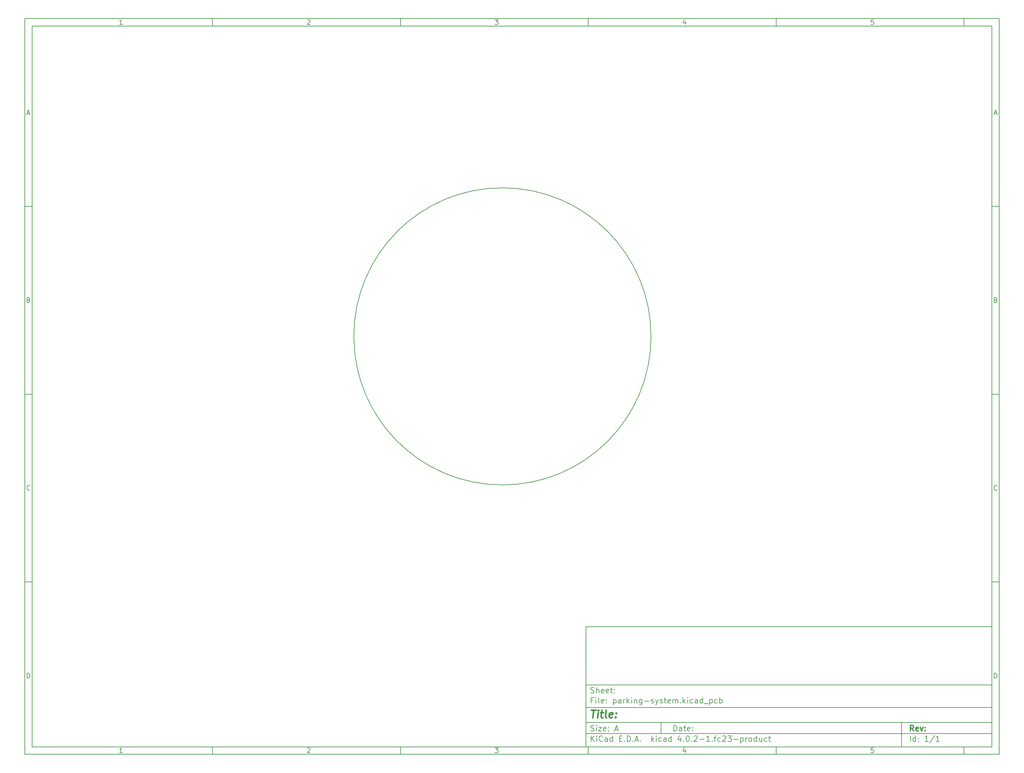
<source format=gbr>
G04 #@! TF.FileFunction,Profile,NP*
%FSLAX46Y46*%
G04 Gerber Fmt 4.6, Leading zero omitted, Abs format (unit mm)*
G04 Created by KiCad (PCBNEW 4.0.2-1.fc23-product) date Tue 29 Mar 2016 15:32:59 SAST*
%MOMM*%
G01*
G04 APERTURE LIST*
%ADD10C,0.100000*%
%ADD11C,0.150000*%
%ADD12C,0.300000*%
%ADD13C,0.400000*%
G04 APERTURE END LIST*
D10*
D11*
X159400000Y-171900000D02*
X159400000Y-203900000D01*
X267400000Y-203900000D01*
X267400000Y-171900000D01*
X159400000Y-171900000D01*
D10*
D11*
X10000000Y-10000000D02*
X10000000Y-205900000D01*
X269400000Y-205900000D01*
X269400000Y-10000000D01*
X10000000Y-10000000D01*
D10*
D11*
X12000000Y-12000000D02*
X12000000Y-203900000D01*
X267400000Y-203900000D01*
X267400000Y-12000000D01*
X12000000Y-12000000D01*
D10*
D11*
X60000000Y-12000000D02*
X60000000Y-10000000D01*
D10*
D11*
X110000000Y-12000000D02*
X110000000Y-10000000D01*
D10*
D11*
X160000000Y-12000000D02*
X160000000Y-10000000D01*
D10*
D11*
X210000000Y-12000000D02*
X210000000Y-10000000D01*
D10*
D11*
X260000000Y-12000000D02*
X260000000Y-10000000D01*
D10*
D11*
X35990476Y-11588095D02*
X35247619Y-11588095D01*
X35619048Y-11588095D02*
X35619048Y-10288095D01*
X35495238Y-10473810D01*
X35371429Y-10597619D01*
X35247619Y-10659524D01*
D10*
D11*
X85247619Y-10411905D02*
X85309524Y-10350000D01*
X85433333Y-10288095D01*
X85742857Y-10288095D01*
X85866667Y-10350000D01*
X85928571Y-10411905D01*
X85990476Y-10535714D01*
X85990476Y-10659524D01*
X85928571Y-10845238D01*
X85185714Y-11588095D01*
X85990476Y-11588095D01*
D10*
D11*
X135185714Y-10288095D02*
X135990476Y-10288095D01*
X135557143Y-10783333D01*
X135742857Y-10783333D01*
X135866667Y-10845238D01*
X135928571Y-10907143D01*
X135990476Y-11030952D01*
X135990476Y-11340476D01*
X135928571Y-11464286D01*
X135866667Y-11526190D01*
X135742857Y-11588095D01*
X135371429Y-11588095D01*
X135247619Y-11526190D01*
X135185714Y-11464286D01*
D10*
D11*
X185866667Y-10721429D02*
X185866667Y-11588095D01*
X185557143Y-10226190D02*
X185247619Y-11154762D01*
X186052381Y-11154762D01*
D10*
D11*
X235928571Y-10288095D02*
X235309524Y-10288095D01*
X235247619Y-10907143D01*
X235309524Y-10845238D01*
X235433333Y-10783333D01*
X235742857Y-10783333D01*
X235866667Y-10845238D01*
X235928571Y-10907143D01*
X235990476Y-11030952D01*
X235990476Y-11340476D01*
X235928571Y-11464286D01*
X235866667Y-11526190D01*
X235742857Y-11588095D01*
X235433333Y-11588095D01*
X235309524Y-11526190D01*
X235247619Y-11464286D01*
D10*
D11*
X60000000Y-203900000D02*
X60000000Y-205900000D01*
D10*
D11*
X110000000Y-203900000D02*
X110000000Y-205900000D01*
D10*
D11*
X160000000Y-203900000D02*
X160000000Y-205900000D01*
D10*
D11*
X210000000Y-203900000D02*
X210000000Y-205900000D01*
D10*
D11*
X260000000Y-203900000D02*
X260000000Y-205900000D01*
D10*
D11*
X35990476Y-205488095D02*
X35247619Y-205488095D01*
X35619048Y-205488095D02*
X35619048Y-204188095D01*
X35495238Y-204373810D01*
X35371429Y-204497619D01*
X35247619Y-204559524D01*
D10*
D11*
X85247619Y-204311905D02*
X85309524Y-204250000D01*
X85433333Y-204188095D01*
X85742857Y-204188095D01*
X85866667Y-204250000D01*
X85928571Y-204311905D01*
X85990476Y-204435714D01*
X85990476Y-204559524D01*
X85928571Y-204745238D01*
X85185714Y-205488095D01*
X85990476Y-205488095D01*
D10*
D11*
X135185714Y-204188095D02*
X135990476Y-204188095D01*
X135557143Y-204683333D01*
X135742857Y-204683333D01*
X135866667Y-204745238D01*
X135928571Y-204807143D01*
X135990476Y-204930952D01*
X135990476Y-205240476D01*
X135928571Y-205364286D01*
X135866667Y-205426190D01*
X135742857Y-205488095D01*
X135371429Y-205488095D01*
X135247619Y-205426190D01*
X135185714Y-205364286D01*
D10*
D11*
X185866667Y-204621429D02*
X185866667Y-205488095D01*
X185557143Y-204126190D02*
X185247619Y-205054762D01*
X186052381Y-205054762D01*
D10*
D11*
X235928571Y-204188095D02*
X235309524Y-204188095D01*
X235247619Y-204807143D01*
X235309524Y-204745238D01*
X235433333Y-204683333D01*
X235742857Y-204683333D01*
X235866667Y-204745238D01*
X235928571Y-204807143D01*
X235990476Y-204930952D01*
X235990476Y-205240476D01*
X235928571Y-205364286D01*
X235866667Y-205426190D01*
X235742857Y-205488095D01*
X235433333Y-205488095D01*
X235309524Y-205426190D01*
X235247619Y-205364286D01*
D10*
D11*
X10000000Y-60000000D02*
X12000000Y-60000000D01*
D10*
D11*
X10000000Y-110000000D02*
X12000000Y-110000000D01*
D10*
D11*
X10000000Y-160000000D02*
X12000000Y-160000000D01*
D10*
D11*
X10690476Y-35216667D02*
X11309524Y-35216667D01*
X10566667Y-35588095D02*
X11000000Y-34288095D01*
X11433333Y-35588095D01*
D10*
D11*
X11092857Y-84907143D02*
X11278571Y-84969048D01*
X11340476Y-85030952D01*
X11402381Y-85154762D01*
X11402381Y-85340476D01*
X11340476Y-85464286D01*
X11278571Y-85526190D01*
X11154762Y-85588095D01*
X10659524Y-85588095D01*
X10659524Y-84288095D01*
X11092857Y-84288095D01*
X11216667Y-84350000D01*
X11278571Y-84411905D01*
X11340476Y-84535714D01*
X11340476Y-84659524D01*
X11278571Y-84783333D01*
X11216667Y-84845238D01*
X11092857Y-84907143D01*
X10659524Y-84907143D01*
D10*
D11*
X11402381Y-135464286D02*
X11340476Y-135526190D01*
X11154762Y-135588095D01*
X11030952Y-135588095D01*
X10845238Y-135526190D01*
X10721429Y-135402381D01*
X10659524Y-135278571D01*
X10597619Y-135030952D01*
X10597619Y-134845238D01*
X10659524Y-134597619D01*
X10721429Y-134473810D01*
X10845238Y-134350000D01*
X11030952Y-134288095D01*
X11154762Y-134288095D01*
X11340476Y-134350000D01*
X11402381Y-134411905D01*
D10*
D11*
X10659524Y-185588095D02*
X10659524Y-184288095D01*
X10969048Y-184288095D01*
X11154762Y-184350000D01*
X11278571Y-184473810D01*
X11340476Y-184597619D01*
X11402381Y-184845238D01*
X11402381Y-185030952D01*
X11340476Y-185278571D01*
X11278571Y-185402381D01*
X11154762Y-185526190D01*
X10969048Y-185588095D01*
X10659524Y-185588095D01*
D10*
D11*
X269400000Y-60000000D02*
X267400000Y-60000000D01*
D10*
D11*
X269400000Y-110000000D02*
X267400000Y-110000000D01*
D10*
D11*
X269400000Y-160000000D02*
X267400000Y-160000000D01*
D10*
D11*
X268090476Y-35216667D02*
X268709524Y-35216667D01*
X267966667Y-35588095D02*
X268400000Y-34288095D01*
X268833333Y-35588095D01*
D10*
D11*
X268492857Y-84907143D02*
X268678571Y-84969048D01*
X268740476Y-85030952D01*
X268802381Y-85154762D01*
X268802381Y-85340476D01*
X268740476Y-85464286D01*
X268678571Y-85526190D01*
X268554762Y-85588095D01*
X268059524Y-85588095D01*
X268059524Y-84288095D01*
X268492857Y-84288095D01*
X268616667Y-84350000D01*
X268678571Y-84411905D01*
X268740476Y-84535714D01*
X268740476Y-84659524D01*
X268678571Y-84783333D01*
X268616667Y-84845238D01*
X268492857Y-84907143D01*
X268059524Y-84907143D01*
D10*
D11*
X268802381Y-135464286D02*
X268740476Y-135526190D01*
X268554762Y-135588095D01*
X268430952Y-135588095D01*
X268245238Y-135526190D01*
X268121429Y-135402381D01*
X268059524Y-135278571D01*
X267997619Y-135030952D01*
X267997619Y-134845238D01*
X268059524Y-134597619D01*
X268121429Y-134473810D01*
X268245238Y-134350000D01*
X268430952Y-134288095D01*
X268554762Y-134288095D01*
X268740476Y-134350000D01*
X268802381Y-134411905D01*
D10*
D11*
X268059524Y-185588095D02*
X268059524Y-184288095D01*
X268369048Y-184288095D01*
X268554762Y-184350000D01*
X268678571Y-184473810D01*
X268740476Y-184597619D01*
X268802381Y-184845238D01*
X268802381Y-185030952D01*
X268740476Y-185278571D01*
X268678571Y-185402381D01*
X268554762Y-185526190D01*
X268369048Y-185588095D01*
X268059524Y-185588095D01*
D10*
D11*
X182757143Y-199678571D02*
X182757143Y-198178571D01*
X183114286Y-198178571D01*
X183328571Y-198250000D01*
X183471429Y-198392857D01*
X183542857Y-198535714D01*
X183614286Y-198821429D01*
X183614286Y-199035714D01*
X183542857Y-199321429D01*
X183471429Y-199464286D01*
X183328571Y-199607143D01*
X183114286Y-199678571D01*
X182757143Y-199678571D01*
X184900000Y-199678571D02*
X184900000Y-198892857D01*
X184828571Y-198750000D01*
X184685714Y-198678571D01*
X184400000Y-198678571D01*
X184257143Y-198750000D01*
X184900000Y-199607143D02*
X184757143Y-199678571D01*
X184400000Y-199678571D01*
X184257143Y-199607143D01*
X184185714Y-199464286D01*
X184185714Y-199321429D01*
X184257143Y-199178571D01*
X184400000Y-199107143D01*
X184757143Y-199107143D01*
X184900000Y-199035714D01*
X185400000Y-198678571D02*
X185971429Y-198678571D01*
X185614286Y-198178571D02*
X185614286Y-199464286D01*
X185685714Y-199607143D01*
X185828572Y-199678571D01*
X185971429Y-199678571D01*
X187042857Y-199607143D02*
X186900000Y-199678571D01*
X186614286Y-199678571D01*
X186471429Y-199607143D01*
X186400000Y-199464286D01*
X186400000Y-198892857D01*
X186471429Y-198750000D01*
X186614286Y-198678571D01*
X186900000Y-198678571D01*
X187042857Y-198750000D01*
X187114286Y-198892857D01*
X187114286Y-199035714D01*
X186400000Y-199178571D01*
X187757143Y-199535714D02*
X187828571Y-199607143D01*
X187757143Y-199678571D01*
X187685714Y-199607143D01*
X187757143Y-199535714D01*
X187757143Y-199678571D01*
X187757143Y-198750000D02*
X187828571Y-198821429D01*
X187757143Y-198892857D01*
X187685714Y-198821429D01*
X187757143Y-198750000D01*
X187757143Y-198892857D01*
D10*
D11*
X159400000Y-200400000D02*
X267400000Y-200400000D01*
D10*
D11*
X160757143Y-202478571D02*
X160757143Y-200978571D01*
X161614286Y-202478571D02*
X160971429Y-201621429D01*
X161614286Y-200978571D02*
X160757143Y-201835714D01*
X162257143Y-202478571D02*
X162257143Y-201478571D01*
X162257143Y-200978571D02*
X162185714Y-201050000D01*
X162257143Y-201121429D01*
X162328571Y-201050000D01*
X162257143Y-200978571D01*
X162257143Y-201121429D01*
X163828572Y-202335714D02*
X163757143Y-202407143D01*
X163542857Y-202478571D01*
X163400000Y-202478571D01*
X163185715Y-202407143D01*
X163042857Y-202264286D01*
X162971429Y-202121429D01*
X162900000Y-201835714D01*
X162900000Y-201621429D01*
X162971429Y-201335714D01*
X163042857Y-201192857D01*
X163185715Y-201050000D01*
X163400000Y-200978571D01*
X163542857Y-200978571D01*
X163757143Y-201050000D01*
X163828572Y-201121429D01*
X165114286Y-202478571D02*
X165114286Y-201692857D01*
X165042857Y-201550000D01*
X164900000Y-201478571D01*
X164614286Y-201478571D01*
X164471429Y-201550000D01*
X165114286Y-202407143D02*
X164971429Y-202478571D01*
X164614286Y-202478571D01*
X164471429Y-202407143D01*
X164400000Y-202264286D01*
X164400000Y-202121429D01*
X164471429Y-201978571D01*
X164614286Y-201907143D01*
X164971429Y-201907143D01*
X165114286Y-201835714D01*
X166471429Y-202478571D02*
X166471429Y-200978571D01*
X166471429Y-202407143D02*
X166328572Y-202478571D01*
X166042858Y-202478571D01*
X165900000Y-202407143D01*
X165828572Y-202335714D01*
X165757143Y-202192857D01*
X165757143Y-201764286D01*
X165828572Y-201621429D01*
X165900000Y-201550000D01*
X166042858Y-201478571D01*
X166328572Y-201478571D01*
X166471429Y-201550000D01*
X168328572Y-201692857D02*
X168828572Y-201692857D01*
X169042858Y-202478571D02*
X168328572Y-202478571D01*
X168328572Y-200978571D01*
X169042858Y-200978571D01*
X169685715Y-202335714D02*
X169757143Y-202407143D01*
X169685715Y-202478571D01*
X169614286Y-202407143D01*
X169685715Y-202335714D01*
X169685715Y-202478571D01*
X170400001Y-202478571D02*
X170400001Y-200978571D01*
X170757144Y-200978571D01*
X170971429Y-201050000D01*
X171114287Y-201192857D01*
X171185715Y-201335714D01*
X171257144Y-201621429D01*
X171257144Y-201835714D01*
X171185715Y-202121429D01*
X171114287Y-202264286D01*
X170971429Y-202407143D01*
X170757144Y-202478571D01*
X170400001Y-202478571D01*
X171900001Y-202335714D02*
X171971429Y-202407143D01*
X171900001Y-202478571D01*
X171828572Y-202407143D01*
X171900001Y-202335714D01*
X171900001Y-202478571D01*
X172542858Y-202050000D02*
X173257144Y-202050000D01*
X172400001Y-202478571D02*
X172900001Y-200978571D01*
X173400001Y-202478571D01*
X173900001Y-202335714D02*
X173971429Y-202407143D01*
X173900001Y-202478571D01*
X173828572Y-202407143D01*
X173900001Y-202335714D01*
X173900001Y-202478571D01*
X176900001Y-202478571D02*
X176900001Y-200978571D01*
X177042858Y-201907143D02*
X177471429Y-202478571D01*
X177471429Y-201478571D02*
X176900001Y-202050000D01*
X178114287Y-202478571D02*
X178114287Y-201478571D01*
X178114287Y-200978571D02*
X178042858Y-201050000D01*
X178114287Y-201121429D01*
X178185715Y-201050000D01*
X178114287Y-200978571D01*
X178114287Y-201121429D01*
X179471430Y-202407143D02*
X179328573Y-202478571D01*
X179042859Y-202478571D01*
X178900001Y-202407143D01*
X178828573Y-202335714D01*
X178757144Y-202192857D01*
X178757144Y-201764286D01*
X178828573Y-201621429D01*
X178900001Y-201550000D01*
X179042859Y-201478571D01*
X179328573Y-201478571D01*
X179471430Y-201550000D01*
X180757144Y-202478571D02*
X180757144Y-201692857D01*
X180685715Y-201550000D01*
X180542858Y-201478571D01*
X180257144Y-201478571D01*
X180114287Y-201550000D01*
X180757144Y-202407143D02*
X180614287Y-202478571D01*
X180257144Y-202478571D01*
X180114287Y-202407143D01*
X180042858Y-202264286D01*
X180042858Y-202121429D01*
X180114287Y-201978571D01*
X180257144Y-201907143D01*
X180614287Y-201907143D01*
X180757144Y-201835714D01*
X182114287Y-202478571D02*
X182114287Y-200978571D01*
X182114287Y-202407143D02*
X181971430Y-202478571D01*
X181685716Y-202478571D01*
X181542858Y-202407143D01*
X181471430Y-202335714D01*
X181400001Y-202192857D01*
X181400001Y-201764286D01*
X181471430Y-201621429D01*
X181542858Y-201550000D01*
X181685716Y-201478571D01*
X181971430Y-201478571D01*
X182114287Y-201550000D01*
X184614287Y-201478571D02*
X184614287Y-202478571D01*
X184257144Y-200907143D02*
X183900001Y-201978571D01*
X184828573Y-201978571D01*
X185400001Y-202335714D02*
X185471429Y-202407143D01*
X185400001Y-202478571D01*
X185328572Y-202407143D01*
X185400001Y-202335714D01*
X185400001Y-202478571D01*
X186400001Y-200978571D02*
X186542858Y-200978571D01*
X186685715Y-201050000D01*
X186757144Y-201121429D01*
X186828573Y-201264286D01*
X186900001Y-201550000D01*
X186900001Y-201907143D01*
X186828573Y-202192857D01*
X186757144Y-202335714D01*
X186685715Y-202407143D01*
X186542858Y-202478571D01*
X186400001Y-202478571D01*
X186257144Y-202407143D01*
X186185715Y-202335714D01*
X186114287Y-202192857D01*
X186042858Y-201907143D01*
X186042858Y-201550000D01*
X186114287Y-201264286D01*
X186185715Y-201121429D01*
X186257144Y-201050000D01*
X186400001Y-200978571D01*
X187542858Y-202335714D02*
X187614286Y-202407143D01*
X187542858Y-202478571D01*
X187471429Y-202407143D01*
X187542858Y-202335714D01*
X187542858Y-202478571D01*
X188185715Y-201121429D02*
X188257144Y-201050000D01*
X188400001Y-200978571D01*
X188757144Y-200978571D01*
X188900001Y-201050000D01*
X188971430Y-201121429D01*
X189042858Y-201264286D01*
X189042858Y-201407143D01*
X188971430Y-201621429D01*
X188114287Y-202478571D01*
X189042858Y-202478571D01*
X189685715Y-201907143D02*
X190828572Y-201907143D01*
X192328572Y-202478571D02*
X191471429Y-202478571D01*
X191900001Y-202478571D02*
X191900001Y-200978571D01*
X191757144Y-201192857D01*
X191614286Y-201335714D01*
X191471429Y-201407143D01*
X192971429Y-202335714D02*
X193042857Y-202407143D01*
X192971429Y-202478571D01*
X192900000Y-202407143D01*
X192971429Y-202335714D01*
X192971429Y-202478571D01*
X193471429Y-201478571D02*
X194042858Y-201478571D01*
X193685715Y-202478571D02*
X193685715Y-201192857D01*
X193757143Y-201050000D01*
X193900001Y-200978571D01*
X194042858Y-200978571D01*
X195185715Y-202407143D02*
X195042858Y-202478571D01*
X194757144Y-202478571D01*
X194614286Y-202407143D01*
X194542858Y-202335714D01*
X194471429Y-202192857D01*
X194471429Y-201764286D01*
X194542858Y-201621429D01*
X194614286Y-201550000D01*
X194757144Y-201478571D01*
X195042858Y-201478571D01*
X195185715Y-201550000D01*
X195757143Y-201121429D02*
X195828572Y-201050000D01*
X195971429Y-200978571D01*
X196328572Y-200978571D01*
X196471429Y-201050000D01*
X196542858Y-201121429D01*
X196614286Y-201264286D01*
X196614286Y-201407143D01*
X196542858Y-201621429D01*
X195685715Y-202478571D01*
X196614286Y-202478571D01*
X197114286Y-200978571D02*
X198042857Y-200978571D01*
X197542857Y-201550000D01*
X197757143Y-201550000D01*
X197900000Y-201621429D01*
X197971429Y-201692857D01*
X198042857Y-201835714D01*
X198042857Y-202192857D01*
X197971429Y-202335714D01*
X197900000Y-202407143D01*
X197757143Y-202478571D01*
X197328571Y-202478571D01*
X197185714Y-202407143D01*
X197114286Y-202335714D01*
X198685714Y-201907143D02*
X199828571Y-201907143D01*
X200542857Y-201478571D02*
X200542857Y-202978571D01*
X200542857Y-201550000D02*
X200685714Y-201478571D01*
X200971428Y-201478571D01*
X201114285Y-201550000D01*
X201185714Y-201621429D01*
X201257143Y-201764286D01*
X201257143Y-202192857D01*
X201185714Y-202335714D01*
X201114285Y-202407143D01*
X200971428Y-202478571D01*
X200685714Y-202478571D01*
X200542857Y-202407143D01*
X201900000Y-202478571D02*
X201900000Y-201478571D01*
X201900000Y-201764286D02*
X201971428Y-201621429D01*
X202042857Y-201550000D01*
X202185714Y-201478571D01*
X202328571Y-201478571D01*
X203042857Y-202478571D02*
X202899999Y-202407143D01*
X202828571Y-202335714D01*
X202757142Y-202192857D01*
X202757142Y-201764286D01*
X202828571Y-201621429D01*
X202899999Y-201550000D01*
X203042857Y-201478571D01*
X203257142Y-201478571D01*
X203399999Y-201550000D01*
X203471428Y-201621429D01*
X203542857Y-201764286D01*
X203542857Y-202192857D01*
X203471428Y-202335714D01*
X203399999Y-202407143D01*
X203257142Y-202478571D01*
X203042857Y-202478571D01*
X204828571Y-202478571D02*
X204828571Y-200978571D01*
X204828571Y-202407143D02*
X204685714Y-202478571D01*
X204400000Y-202478571D01*
X204257142Y-202407143D01*
X204185714Y-202335714D01*
X204114285Y-202192857D01*
X204114285Y-201764286D01*
X204185714Y-201621429D01*
X204257142Y-201550000D01*
X204400000Y-201478571D01*
X204685714Y-201478571D01*
X204828571Y-201550000D01*
X206185714Y-201478571D02*
X206185714Y-202478571D01*
X205542857Y-201478571D02*
X205542857Y-202264286D01*
X205614285Y-202407143D01*
X205757143Y-202478571D01*
X205971428Y-202478571D01*
X206114285Y-202407143D01*
X206185714Y-202335714D01*
X207542857Y-202407143D02*
X207400000Y-202478571D01*
X207114286Y-202478571D01*
X206971428Y-202407143D01*
X206900000Y-202335714D01*
X206828571Y-202192857D01*
X206828571Y-201764286D01*
X206900000Y-201621429D01*
X206971428Y-201550000D01*
X207114286Y-201478571D01*
X207400000Y-201478571D01*
X207542857Y-201550000D01*
X207971428Y-201478571D02*
X208542857Y-201478571D01*
X208185714Y-200978571D02*
X208185714Y-202264286D01*
X208257142Y-202407143D01*
X208400000Y-202478571D01*
X208542857Y-202478571D01*
D10*
D11*
X159400000Y-197400000D02*
X267400000Y-197400000D01*
D10*
D12*
X246614286Y-199678571D02*
X246114286Y-198964286D01*
X245757143Y-199678571D02*
X245757143Y-198178571D01*
X246328571Y-198178571D01*
X246471429Y-198250000D01*
X246542857Y-198321429D01*
X246614286Y-198464286D01*
X246614286Y-198678571D01*
X246542857Y-198821429D01*
X246471429Y-198892857D01*
X246328571Y-198964286D01*
X245757143Y-198964286D01*
X247828571Y-199607143D02*
X247685714Y-199678571D01*
X247400000Y-199678571D01*
X247257143Y-199607143D01*
X247185714Y-199464286D01*
X247185714Y-198892857D01*
X247257143Y-198750000D01*
X247400000Y-198678571D01*
X247685714Y-198678571D01*
X247828571Y-198750000D01*
X247900000Y-198892857D01*
X247900000Y-199035714D01*
X247185714Y-199178571D01*
X248400000Y-198678571D02*
X248757143Y-199678571D01*
X249114285Y-198678571D01*
X249685714Y-199535714D02*
X249757142Y-199607143D01*
X249685714Y-199678571D01*
X249614285Y-199607143D01*
X249685714Y-199535714D01*
X249685714Y-199678571D01*
X249685714Y-198750000D02*
X249757142Y-198821429D01*
X249685714Y-198892857D01*
X249614285Y-198821429D01*
X249685714Y-198750000D01*
X249685714Y-198892857D01*
D10*
D11*
X160685714Y-199607143D02*
X160900000Y-199678571D01*
X161257143Y-199678571D01*
X161400000Y-199607143D01*
X161471429Y-199535714D01*
X161542857Y-199392857D01*
X161542857Y-199250000D01*
X161471429Y-199107143D01*
X161400000Y-199035714D01*
X161257143Y-198964286D01*
X160971429Y-198892857D01*
X160828571Y-198821429D01*
X160757143Y-198750000D01*
X160685714Y-198607143D01*
X160685714Y-198464286D01*
X160757143Y-198321429D01*
X160828571Y-198250000D01*
X160971429Y-198178571D01*
X161328571Y-198178571D01*
X161542857Y-198250000D01*
X162185714Y-199678571D02*
X162185714Y-198678571D01*
X162185714Y-198178571D02*
X162114285Y-198250000D01*
X162185714Y-198321429D01*
X162257142Y-198250000D01*
X162185714Y-198178571D01*
X162185714Y-198321429D01*
X162757143Y-198678571D02*
X163542857Y-198678571D01*
X162757143Y-199678571D01*
X163542857Y-199678571D01*
X164685714Y-199607143D02*
X164542857Y-199678571D01*
X164257143Y-199678571D01*
X164114286Y-199607143D01*
X164042857Y-199464286D01*
X164042857Y-198892857D01*
X164114286Y-198750000D01*
X164257143Y-198678571D01*
X164542857Y-198678571D01*
X164685714Y-198750000D01*
X164757143Y-198892857D01*
X164757143Y-199035714D01*
X164042857Y-199178571D01*
X165400000Y-199535714D02*
X165471428Y-199607143D01*
X165400000Y-199678571D01*
X165328571Y-199607143D01*
X165400000Y-199535714D01*
X165400000Y-199678571D01*
X165400000Y-198750000D02*
X165471428Y-198821429D01*
X165400000Y-198892857D01*
X165328571Y-198821429D01*
X165400000Y-198750000D01*
X165400000Y-198892857D01*
X167185714Y-199250000D02*
X167900000Y-199250000D01*
X167042857Y-199678571D02*
X167542857Y-198178571D01*
X168042857Y-199678571D01*
D10*
D11*
X245757143Y-202478571D02*
X245757143Y-200978571D01*
X247114286Y-202478571D02*
X247114286Y-200978571D01*
X247114286Y-202407143D02*
X246971429Y-202478571D01*
X246685715Y-202478571D01*
X246542857Y-202407143D01*
X246471429Y-202335714D01*
X246400000Y-202192857D01*
X246400000Y-201764286D01*
X246471429Y-201621429D01*
X246542857Y-201550000D01*
X246685715Y-201478571D01*
X246971429Y-201478571D01*
X247114286Y-201550000D01*
X247828572Y-202335714D02*
X247900000Y-202407143D01*
X247828572Y-202478571D01*
X247757143Y-202407143D01*
X247828572Y-202335714D01*
X247828572Y-202478571D01*
X247828572Y-201550000D02*
X247900000Y-201621429D01*
X247828572Y-201692857D01*
X247757143Y-201621429D01*
X247828572Y-201550000D01*
X247828572Y-201692857D01*
X250471429Y-202478571D02*
X249614286Y-202478571D01*
X250042858Y-202478571D02*
X250042858Y-200978571D01*
X249900001Y-201192857D01*
X249757143Y-201335714D01*
X249614286Y-201407143D01*
X252185714Y-200907143D02*
X250900000Y-202835714D01*
X253471429Y-202478571D02*
X252614286Y-202478571D01*
X253042858Y-202478571D02*
X253042858Y-200978571D01*
X252900001Y-201192857D01*
X252757143Y-201335714D01*
X252614286Y-201407143D01*
D10*
D11*
X159400000Y-193400000D02*
X267400000Y-193400000D01*
D10*
D13*
X160852381Y-194104762D02*
X161995238Y-194104762D01*
X161173810Y-196104762D02*
X161423810Y-194104762D01*
X162411905Y-196104762D02*
X162578571Y-194771429D01*
X162661905Y-194104762D02*
X162554762Y-194200000D01*
X162638095Y-194295238D01*
X162745239Y-194200000D01*
X162661905Y-194104762D01*
X162638095Y-194295238D01*
X163245238Y-194771429D02*
X164007143Y-194771429D01*
X163614286Y-194104762D02*
X163400000Y-195819048D01*
X163471430Y-196009524D01*
X163650001Y-196104762D01*
X163840477Y-196104762D01*
X164792858Y-196104762D02*
X164614287Y-196009524D01*
X164542857Y-195819048D01*
X164757143Y-194104762D01*
X166328572Y-196009524D02*
X166126191Y-196104762D01*
X165745239Y-196104762D01*
X165566667Y-196009524D01*
X165495238Y-195819048D01*
X165590476Y-195057143D01*
X165709524Y-194866667D01*
X165911905Y-194771429D01*
X166292857Y-194771429D01*
X166471429Y-194866667D01*
X166542857Y-195057143D01*
X166519048Y-195247619D01*
X165542857Y-195438095D01*
X167292857Y-195914286D02*
X167376192Y-196009524D01*
X167269048Y-196104762D01*
X167185715Y-196009524D01*
X167292857Y-195914286D01*
X167269048Y-196104762D01*
X167423810Y-194866667D02*
X167507144Y-194961905D01*
X167400000Y-195057143D01*
X167316667Y-194961905D01*
X167423810Y-194866667D01*
X167400000Y-195057143D01*
D10*
D11*
X161257143Y-191492857D02*
X160757143Y-191492857D01*
X160757143Y-192278571D02*
X160757143Y-190778571D01*
X161471429Y-190778571D01*
X162042857Y-192278571D02*
X162042857Y-191278571D01*
X162042857Y-190778571D02*
X161971428Y-190850000D01*
X162042857Y-190921429D01*
X162114285Y-190850000D01*
X162042857Y-190778571D01*
X162042857Y-190921429D01*
X162971429Y-192278571D02*
X162828571Y-192207143D01*
X162757143Y-192064286D01*
X162757143Y-190778571D01*
X164114285Y-192207143D02*
X163971428Y-192278571D01*
X163685714Y-192278571D01*
X163542857Y-192207143D01*
X163471428Y-192064286D01*
X163471428Y-191492857D01*
X163542857Y-191350000D01*
X163685714Y-191278571D01*
X163971428Y-191278571D01*
X164114285Y-191350000D01*
X164185714Y-191492857D01*
X164185714Y-191635714D01*
X163471428Y-191778571D01*
X164828571Y-192135714D02*
X164899999Y-192207143D01*
X164828571Y-192278571D01*
X164757142Y-192207143D01*
X164828571Y-192135714D01*
X164828571Y-192278571D01*
X164828571Y-191350000D02*
X164899999Y-191421429D01*
X164828571Y-191492857D01*
X164757142Y-191421429D01*
X164828571Y-191350000D01*
X164828571Y-191492857D01*
X166685714Y-191278571D02*
X166685714Y-192778571D01*
X166685714Y-191350000D02*
X166828571Y-191278571D01*
X167114285Y-191278571D01*
X167257142Y-191350000D01*
X167328571Y-191421429D01*
X167400000Y-191564286D01*
X167400000Y-191992857D01*
X167328571Y-192135714D01*
X167257142Y-192207143D01*
X167114285Y-192278571D01*
X166828571Y-192278571D01*
X166685714Y-192207143D01*
X168685714Y-192278571D02*
X168685714Y-191492857D01*
X168614285Y-191350000D01*
X168471428Y-191278571D01*
X168185714Y-191278571D01*
X168042857Y-191350000D01*
X168685714Y-192207143D02*
X168542857Y-192278571D01*
X168185714Y-192278571D01*
X168042857Y-192207143D01*
X167971428Y-192064286D01*
X167971428Y-191921429D01*
X168042857Y-191778571D01*
X168185714Y-191707143D01*
X168542857Y-191707143D01*
X168685714Y-191635714D01*
X169400000Y-192278571D02*
X169400000Y-191278571D01*
X169400000Y-191564286D02*
X169471428Y-191421429D01*
X169542857Y-191350000D01*
X169685714Y-191278571D01*
X169828571Y-191278571D01*
X170328571Y-192278571D02*
X170328571Y-190778571D01*
X170471428Y-191707143D02*
X170899999Y-192278571D01*
X170899999Y-191278571D02*
X170328571Y-191850000D01*
X171542857Y-192278571D02*
X171542857Y-191278571D01*
X171542857Y-190778571D02*
X171471428Y-190850000D01*
X171542857Y-190921429D01*
X171614285Y-190850000D01*
X171542857Y-190778571D01*
X171542857Y-190921429D01*
X172257143Y-191278571D02*
X172257143Y-192278571D01*
X172257143Y-191421429D02*
X172328571Y-191350000D01*
X172471429Y-191278571D01*
X172685714Y-191278571D01*
X172828571Y-191350000D01*
X172900000Y-191492857D01*
X172900000Y-192278571D01*
X174257143Y-191278571D02*
X174257143Y-192492857D01*
X174185714Y-192635714D01*
X174114286Y-192707143D01*
X173971429Y-192778571D01*
X173757143Y-192778571D01*
X173614286Y-192707143D01*
X174257143Y-192207143D02*
X174114286Y-192278571D01*
X173828572Y-192278571D01*
X173685714Y-192207143D01*
X173614286Y-192135714D01*
X173542857Y-191992857D01*
X173542857Y-191564286D01*
X173614286Y-191421429D01*
X173685714Y-191350000D01*
X173828572Y-191278571D01*
X174114286Y-191278571D01*
X174257143Y-191350000D01*
X174971429Y-191707143D02*
X176114286Y-191707143D01*
X176757143Y-192207143D02*
X176900000Y-192278571D01*
X177185715Y-192278571D01*
X177328572Y-192207143D01*
X177400000Y-192064286D01*
X177400000Y-191992857D01*
X177328572Y-191850000D01*
X177185715Y-191778571D01*
X176971429Y-191778571D01*
X176828572Y-191707143D01*
X176757143Y-191564286D01*
X176757143Y-191492857D01*
X176828572Y-191350000D01*
X176971429Y-191278571D01*
X177185715Y-191278571D01*
X177328572Y-191350000D01*
X177900001Y-191278571D02*
X178257144Y-192278571D01*
X178614286Y-191278571D02*
X178257144Y-192278571D01*
X178114286Y-192635714D01*
X178042858Y-192707143D01*
X177900001Y-192778571D01*
X179114286Y-192207143D02*
X179257143Y-192278571D01*
X179542858Y-192278571D01*
X179685715Y-192207143D01*
X179757143Y-192064286D01*
X179757143Y-191992857D01*
X179685715Y-191850000D01*
X179542858Y-191778571D01*
X179328572Y-191778571D01*
X179185715Y-191707143D01*
X179114286Y-191564286D01*
X179114286Y-191492857D01*
X179185715Y-191350000D01*
X179328572Y-191278571D01*
X179542858Y-191278571D01*
X179685715Y-191350000D01*
X180185715Y-191278571D02*
X180757144Y-191278571D01*
X180400001Y-190778571D02*
X180400001Y-192064286D01*
X180471429Y-192207143D01*
X180614287Y-192278571D01*
X180757144Y-192278571D01*
X181828572Y-192207143D02*
X181685715Y-192278571D01*
X181400001Y-192278571D01*
X181257144Y-192207143D01*
X181185715Y-192064286D01*
X181185715Y-191492857D01*
X181257144Y-191350000D01*
X181400001Y-191278571D01*
X181685715Y-191278571D01*
X181828572Y-191350000D01*
X181900001Y-191492857D01*
X181900001Y-191635714D01*
X181185715Y-191778571D01*
X182542858Y-192278571D02*
X182542858Y-191278571D01*
X182542858Y-191421429D02*
X182614286Y-191350000D01*
X182757144Y-191278571D01*
X182971429Y-191278571D01*
X183114286Y-191350000D01*
X183185715Y-191492857D01*
X183185715Y-192278571D01*
X183185715Y-191492857D02*
X183257144Y-191350000D01*
X183400001Y-191278571D01*
X183614286Y-191278571D01*
X183757144Y-191350000D01*
X183828572Y-191492857D01*
X183828572Y-192278571D01*
X184542858Y-192135714D02*
X184614286Y-192207143D01*
X184542858Y-192278571D01*
X184471429Y-192207143D01*
X184542858Y-192135714D01*
X184542858Y-192278571D01*
X185257144Y-192278571D02*
X185257144Y-190778571D01*
X185400001Y-191707143D02*
X185828572Y-192278571D01*
X185828572Y-191278571D02*
X185257144Y-191850000D01*
X186471430Y-192278571D02*
X186471430Y-191278571D01*
X186471430Y-190778571D02*
X186400001Y-190850000D01*
X186471430Y-190921429D01*
X186542858Y-190850000D01*
X186471430Y-190778571D01*
X186471430Y-190921429D01*
X187828573Y-192207143D02*
X187685716Y-192278571D01*
X187400002Y-192278571D01*
X187257144Y-192207143D01*
X187185716Y-192135714D01*
X187114287Y-191992857D01*
X187114287Y-191564286D01*
X187185716Y-191421429D01*
X187257144Y-191350000D01*
X187400002Y-191278571D01*
X187685716Y-191278571D01*
X187828573Y-191350000D01*
X189114287Y-192278571D02*
X189114287Y-191492857D01*
X189042858Y-191350000D01*
X188900001Y-191278571D01*
X188614287Y-191278571D01*
X188471430Y-191350000D01*
X189114287Y-192207143D02*
X188971430Y-192278571D01*
X188614287Y-192278571D01*
X188471430Y-192207143D01*
X188400001Y-192064286D01*
X188400001Y-191921429D01*
X188471430Y-191778571D01*
X188614287Y-191707143D01*
X188971430Y-191707143D01*
X189114287Y-191635714D01*
X190471430Y-192278571D02*
X190471430Y-190778571D01*
X190471430Y-192207143D02*
X190328573Y-192278571D01*
X190042859Y-192278571D01*
X189900001Y-192207143D01*
X189828573Y-192135714D01*
X189757144Y-191992857D01*
X189757144Y-191564286D01*
X189828573Y-191421429D01*
X189900001Y-191350000D01*
X190042859Y-191278571D01*
X190328573Y-191278571D01*
X190471430Y-191350000D01*
X190828573Y-192421429D02*
X191971430Y-192421429D01*
X192328573Y-191278571D02*
X192328573Y-192778571D01*
X192328573Y-191350000D02*
X192471430Y-191278571D01*
X192757144Y-191278571D01*
X192900001Y-191350000D01*
X192971430Y-191421429D01*
X193042859Y-191564286D01*
X193042859Y-191992857D01*
X192971430Y-192135714D01*
X192900001Y-192207143D01*
X192757144Y-192278571D01*
X192471430Y-192278571D01*
X192328573Y-192207143D01*
X194328573Y-192207143D02*
X194185716Y-192278571D01*
X193900002Y-192278571D01*
X193757144Y-192207143D01*
X193685716Y-192135714D01*
X193614287Y-191992857D01*
X193614287Y-191564286D01*
X193685716Y-191421429D01*
X193757144Y-191350000D01*
X193900002Y-191278571D01*
X194185716Y-191278571D01*
X194328573Y-191350000D01*
X194971430Y-192278571D02*
X194971430Y-190778571D01*
X194971430Y-191350000D02*
X195114287Y-191278571D01*
X195400001Y-191278571D01*
X195542858Y-191350000D01*
X195614287Y-191421429D01*
X195685716Y-191564286D01*
X195685716Y-191992857D01*
X195614287Y-192135714D01*
X195542858Y-192207143D01*
X195400001Y-192278571D01*
X195114287Y-192278571D01*
X194971430Y-192207143D01*
D10*
D11*
X159400000Y-187400000D02*
X267400000Y-187400000D01*
D10*
D11*
X160685714Y-189507143D02*
X160900000Y-189578571D01*
X161257143Y-189578571D01*
X161400000Y-189507143D01*
X161471429Y-189435714D01*
X161542857Y-189292857D01*
X161542857Y-189150000D01*
X161471429Y-189007143D01*
X161400000Y-188935714D01*
X161257143Y-188864286D01*
X160971429Y-188792857D01*
X160828571Y-188721429D01*
X160757143Y-188650000D01*
X160685714Y-188507143D01*
X160685714Y-188364286D01*
X160757143Y-188221429D01*
X160828571Y-188150000D01*
X160971429Y-188078571D01*
X161328571Y-188078571D01*
X161542857Y-188150000D01*
X162185714Y-189578571D02*
X162185714Y-188078571D01*
X162828571Y-189578571D02*
X162828571Y-188792857D01*
X162757142Y-188650000D01*
X162614285Y-188578571D01*
X162400000Y-188578571D01*
X162257142Y-188650000D01*
X162185714Y-188721429D01*
X164114285Y-189507143D02*
X163971428Y-189578571D01*
X163685714Y-189578571D01*
X163542857Y-189507143D01*
X163471428Y-189364286D01*
X163471428Y-188792857D01*
X163542857Y-188650000D01*
X163685714Y-188578571D01*
X163971428Y-188578571D01*
X164114285Y-188650000D01*
X164185714Y-188792857D01*
X164185714Y-188935714D01*
X163471428Y-189078571D01*
X165399999Y-189507143D02*
X165257142Y-189578571D01*
X164971428Y-189578571D01*
X164828571Y-189507143D01*
X164757142Y-189364286D01*
X164757142Y-188792857D01*
X164828571Y-188650000D01*
X164971428Y-188578571D01*
X165257142Y-188578571D01*
X165399999Y-188650000D01*
X165471428Y-188792857D01*
X165471428Y-188935714D01*
X164757142Y-189078571D01*
X165899999Y-188578571D02*
X166471428Y-188578571D01*
X166114285Y-188078571D02*
X166114285Y-189364286D01*
X166185713Y-189507143D01*
X166328571Y-189578571D01*
X166471428Y-189578571D01*
X166971428Y-189435714D02*
X167042856Y-189507143D01*
X166971428Y-189578571D01*
X166899999Y-189507143D01*
X166971428Y-189435714D01*
X166971428Y-189578571D01*
X166971428Y-188650000D02*
X167042856Y-188721429D01*
X166971428Y-188792857D01*
X166899999Y-188721429D01*
X166971428Y-188650000D01*
X166971428Y-188792857D01*
D10*
D11*
X179400000Y-197400000D02*
X179400000Y-200400000D01*
D10*
D11*
X243400000Y-197400000D02*
X243400000Y-203900000D01*
X176713925Y-94615000D02*
G75*
G03X176713925Y-94615000I-39553925J0D01*
G01*
M02*

</source>
